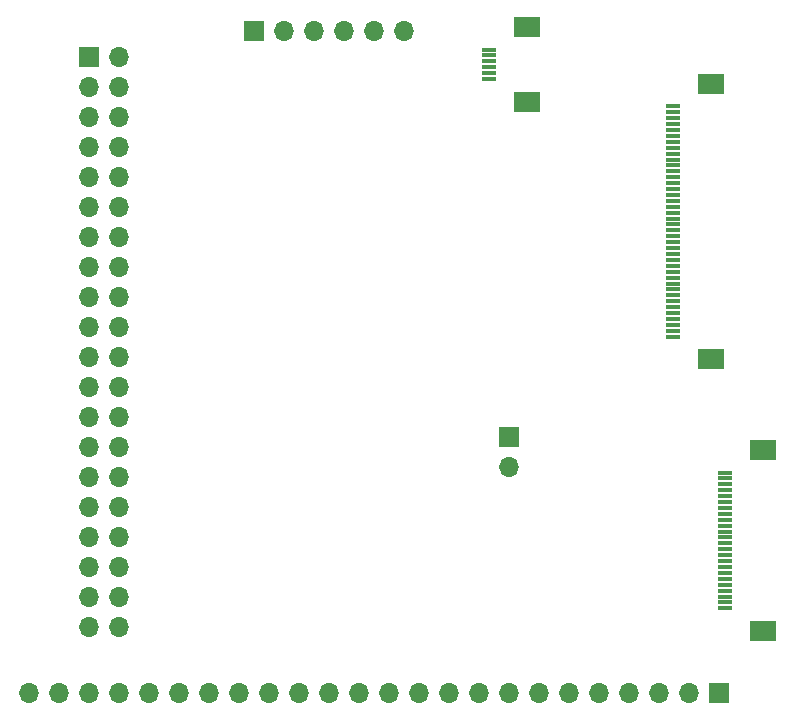
<source format=gbr>
%TF.GenerationSoftware,KiCad,Pcbnew,9.0.0-1.fc41*%
%TF.CreationDate,2025-03-28T10:43:55+08:00*%
%TF.ProjectId,st77xxlcd,73743737-7878-46c6-9364-2e6b69636164,V1.0.0*%
%TF.SameCoordinates,PX413b380PY77f8e40*%
%TF.FileFunction,Soldermask,Top*%
%TF.FilePolarity,Negative*%
%FSLAX46Y46*%
G04 Gerber Fmt 4.6, Leading zero omitted, Abs format (unit mm)*
G04 Created by KiCad (PCBNEW 9.0.0-1.fc41) date 2025-03-28 10:43:55*
%MOMM*%
%LPD*%
G01*
G04 APERTURE LIST*
%ADD10R,1.700000X1.700000*%
%ADD11O,1.700000X1.700000*%
%ADD12R,2.200000X1.800000*%
%ADD13R,1.300000X0.300000*%
G04 APERTURE END LIST*
D10*
%TO.C,J7*%
X43800000Y23840000D03*
D11*
X43800000Y21300000D03*
%TD*%
D12*
%TO.C,J1*%
X60950000Y53750000D03*
X60950000Y30450000D03*
D13*
X57700000Y51850000D03*
X57700000Y51350000D03*
X57700000Y50850000D03*
X57700000Y50350000D03*
X57700000Y49850000D03*
X57700000Y49350000D03*
X57700000Y48850000D03*
X57700000Y48350000D03*
X57700000Y47850000D03*
X57700000Y47350000D03*
X57700000Y46850000D03*
X57700000Y46350000D03*
X57700000Y45850000D03*
X57700000Y45350000D03*
X57700000Y44850000D03*
X57700000Y44350000D03*
X57700000Y43850000D03*
X57700000Y43350000D03*
X57700000Y42850000D03*
X57700000Y42350000D03*
X57700000Y41850000D03*
X57700000Y41350000D03*
X57700000Y40850000D03*
X57700000Y40350000D03*
X57700000Y39850000D03*
X57700000Y39350000D03*
X57700000Y38850000D03*
X57700000Y38350000D03*
X57700000Y37850000D03*
X57700000Y37350000D03*
X57700000Y36850000D03*
X57700000Y36350000D03*
X57700000Y35850000D03*
X57700000Y35350000D03*
X57700000Y34850000D03*
X57700000Y34350000D03*
X57700000Y33850000D03*
X57700000Y33350000D03*
X57700000Y32850000D03*
X57700000Y32350000D03*
%TD*%
D10*
%TO.C,J6*%
X61620000Y2200000D03*
D11*
X59080000Y2200000D03*
X56540000Y2200000D03*
X54000000Y2200000D03*
X51460000Y2200000D03*
X48920000Y2200000D03*
X46380000Y2200000D03*
X43840000Y2200000D03*
X41300000Y2200000D03*
X38760000Y2200000D03*
X36220000Y2200000D03*
X33680000Y2200000D03*
X31140000Y2200000D03*
X28600000Y2200000D03*
X26060000Y2200000D03*
X23520000Y2200000D03*
X20980000Y2200000D03*
X18440000Y2200000D03*
X15900000Y2200000D03*
X13360000Y2200000D03*
X10820000Y2200000D03*
X8280000Y2200000D03*
X5740000Y2200000D03*
X3200000Y2200000D03*
%TD*%
D13*
%TO.C,J3*%
X62125000Y9350000D03*
X62125000Y9850000D03*
X62125000Y10350000D03*
X62125000Y10850000D03*
X62125000Y11350000D03*
X62125000Y11850000D03*
X62125000Y12350000D03*
X62125000Y12850000D03*
X62125000Y13350000D03*
X62125000Y13850000D03*
X62125000Y14350000D03*
X62125000Y14850000D03*
X62125000Y15350000D03*
X62125000Y15850000D03*
X62125000Y16350000D03*
X62125000Y16850000D03*
X62125000Y17350000D03*
X62125000Y17850000D03*
X62125000Y18350000D03*
X62125000Y18850000D03*
X62125000Y19350000D03*
X62125000Y19850000D03*
X62125000Y20350000D03*
X62125000Y20850000D03*
D12*
X65375000Y7450000D03*
X65375000Y22750000D03*
%TD*%
D13*
%TO.C,J2*%
X42125000Y54160000D03*
X42125000Y54660000D03*
X42125000Y55160000D03*
X42125000Y55660000D03*
X42125000Y56160000D03*
X42125000Y56660000D03*
D12*
X45375000Y52260000D03*
X45375000Y58560000D03*
%TD*%
D10*
%TO.C,J4*%
X8260000Y56060000D03*
D11*
X10800000Y56060000D03*
X8260000Y53520000D03*
X10800000Y53520000D03*
X8260000Y50980000D03*
X10800000Y50980000D03*
X8260000Y48440000D03*
X10800000Y48440000D03*
X8260000Y45900000D03*
X10800000Y45900000D03*
X8260000Y43360000D03*
X10800000Y43360000D03*
X8260000Y40820000D03*
X10800000Y40820000D03*
X8260000Y38280000D03*
X10800000Y38280000D03*
X8260000Y35740000D03*
X10800000Y35740000D03*
X8260000Y33200000D03*
X10800000Y33200000D03*
X8260000Y30660000D03*
X10800000Y30660000D03*
X8260000Y28120000D03*
X10800000Y28120000D03*
X8260000Y25580000D03*
X10800000Y25580000D03*
X8260000Y23040000D03*
X10800000Y23040000D03*
X8260000Y20500000D03*
X10800000Y20500000D03*
X8260000Y17960000D03*
X10800000Y17960000D03*
X8260000Y15420000D03*
X10800000Y15420000D03*
X8260000Y12880000D03*
X10800000Y12880000D03*
X8260000Y10340000D03*
X10800000Y10340000D03*
X8260000Y7800000D03*
X10800000Y7800000D03*
%TD*%
D10*
%TO.C,J5*%
X22250000Y58200000D03*
D11*
X24790000Y58200000D03*
X27330000Y58200000D03*
X29870000Y58200000D03*
X32410000Y58200000D03*
X34950000Y58200000D03*
%TD*%
M02*

</source>
